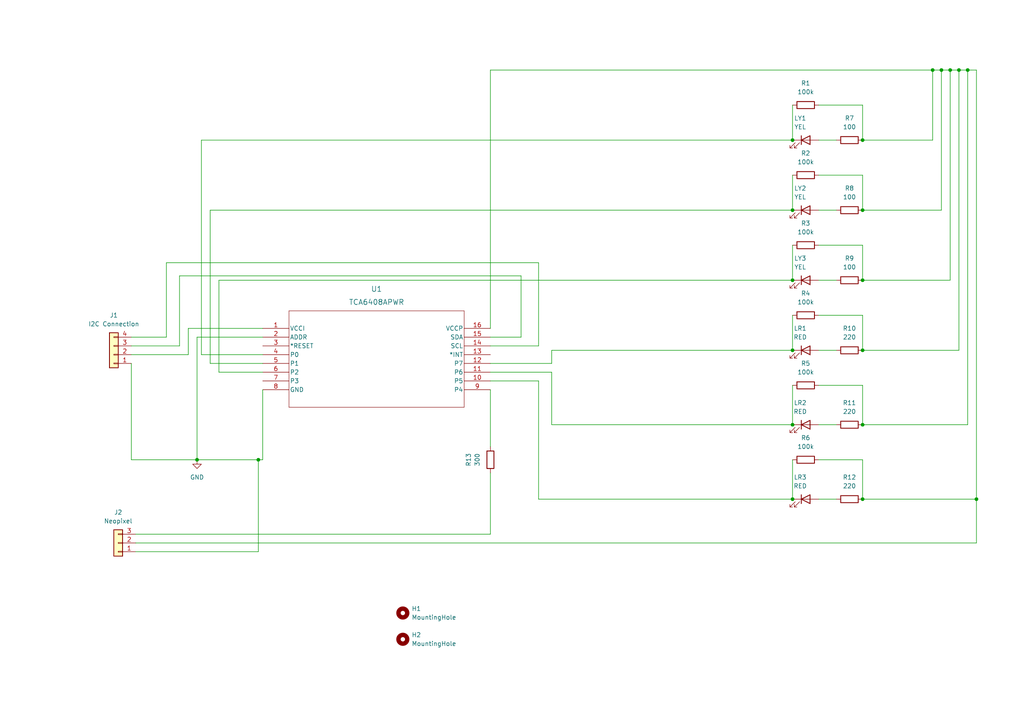
<source format=kicad_sch>
(kicad_sch (version 20211123) (generator eeschema)
  (paper "A4")
  (title_block (title "Quiz Box Light Board") (date "2023-02-15") (rev "1"))
  (lib_symbols
    (symbol "2023-02-16_01-39-57:TCA6408APWR" (pin_names (offset 0.254))
      (property "Reference" "U" (at 33.02 10.16 0))
      (property "Value" "TCA6408APWR" (at 33.02 7.62 0))
      (symbol "TCA6408APWR_0_1"
        (polyline (pts (xy 7.62 -22.86) (xy 58.42 -22.86)) (stroke (width 0.127)))
        (polyline (pts (xy 7.62 5.08) (xy 7.62 -22.86)) (stroke (width 0.127)))
        (polyline (pts (xy 58.42 -22.86) (xy 58.42 5.08)) (stroke (width 0.127)))
        (polyline (pts (xy 58.42 5.08) (xy 7.62 5.08)) (stroke (width 0.127)))
        (pin power_in line (at 0 0 0) (length 7.62) (name "VCCI") (number "1"))
        (pin output line (at 66.04 -15.24 180) (length 7.62) (name "P5") (number "10"))
        (pin output line (at 66.04 -12.7 180) (length 7.62) (name "P6") (number "11"))
        (pin output line (at 66.04 -10.16 180) (length 7.62) (name "P7") (number "12"))
        (pin output line (at 66.04 -7.62 180) (length 7.62) (name "*INT") (number "13"))
        (pin bidirectional line (at 66.04 -5.08 180) (length 7.62) (name "SCL") (number "14"))
        (pin bidirectional line (at 66.04 -2.54 180) (length 7.62) (name "SDA") (number "15"))
        (pin power_in line (at 66.04 0 180) (length 7.62) (name "VCCP") (number "16"))
        (pin unspecified line (at 0 -2.54 0) (length 7.62) (name "ADDR") (number "2"))
        (pin input line (at 0 -5.08 0) (length 7.62) (name "*RESET") (number "3"))
        (pin output line (at 0 -7.62 0) (length 7.62) (name "P0") (number "4"))
        (pin output line (at 0 -10.16 0) (length 7.62) (name "P1") (number "5"))
        (pin output line (at 0 -12.7 0) (length 7.62) (name "P2") (number "6"))
        (pin output line (at 0 -15.24 0) (length 7.62) (name "P3") (number "7"))
        (pin power_in line (at 0 -17.78 0) (length 7.62) (name "GND") (number "8"))
        (pin output line (at 66.04 -17.78 180) (length 7.62) (name "P4") (number "9"))
      )
    )
    (symbol "Connector_Generic:Conn_01x03" (pin_names (offset 1.016) hide)
      (property "Reference" "J" (at 0 5.08 0))
      (property "Value" "Conn_01x03" (at 0 -5.08 0))
      (symbol "Conn_01x03_1_1"
        (rectangle (start -1.27 -2.413) (end 0 -2.667) (stroke (width 0.1524)))
        (rectangle (start -1.27 0.127) (end 0 -0.127) (stroke (width 0.1524)))
        (rectangle (start -1.27 2.667) (end 0 2.413) (stroke (width 0.1524)))
        (rectangle (start -1.27 3.81) (end 1.27 -3.81) (stroke (width 0.254)) (fill (type background)))
        (pin passive line (at -5.08 2.54 0) (length 3.81) (name "Pin_1") (number "1"))
        (pin passive line (at -5.08 0 0) (length 3.81) (name "Pin_2") (number "2"))
        (pin passive line (at -5.08 -2.54 0) (length 3.81) (name "Pin_3") (number "3"))
      )
    )
    (symbol "Connector_Generic:Conn_01x04" (pin_names (offset 1.016) hide)
      (property "Reference" "J" (at 0 5.08 0))
      (property "Value" "Conn_01x04" (at 0 -7.62 0))
      (symbol "Conn_01x04_1_1"
        (rectangle (start -1.27 -4.953) (end 0 -5.207) (stroke (width 0.1524)))
        (rectangle (start -1.27 -2.413) (end 0 -2.667) (stroke (width 0.1524)))
        (rectangle (start -1.27 0.127) (end 0 -0.127) (stroke (width 0.1524)))
        (rectangle (start -1.27 2.667) (end 0 2.413) (stroke (width 0.1524)))
        (rectangle (start -1.27 3.81) (end 1.27 -6.35) (stroke (width 0.254)) (fill (type background)))
        (pin passive line (at -5.08 2.54 0) (length 3.81) (name "Pin_1") (number "1"))
        (pin passive line (at -5.08 0 0) (length 3.81) (name "Pin_2") (number "2"))
        (pin passive line (at -5.08 -2.54 0) (length 3.81) (name "Pin_3") (number "3"))
        (pin passive line (at -5.08 -5.08 0) (length 3.81) (name "Pin_4") (number "4"))
      )
    )
    (symbol "Device:LED" (pin_numbers hide) (pin_names (offset 1.016) hide)
      (property "Reference" "D" (at 0 2.54 0))
      (property "Value" "LED" (at 0 -2.54 0))
      (symbol "LED_0_1"
        (polyline (pts (xy -1.27 -1.27) (xy -1.27 1.27)) (stroke (width 0.254)))
        (polyline (pts (xy -1.27 0) (xy 1.27 0)))
        (polyline (pts (xy 1.27 -1.27) (xy 1.27 1.27) (xy -1.27 0) (xy 1.27 -1.27)) (stroke (width 0.254)))
        (polyline (pts (xy -3.048 -0.762) (xy -4.572 -2.286) (xy -3.81 -2.286) (xy -4.572 -2.286) (xy -4.572 -1.524)))
        (polyline (pts (xy -1.778 -0.762) (xy -3.302 -2.286) (xy -2.54 -2.286) (xy -3.302 -2.286) (xy -3.302 -1.524)))
      )
      (symbol "LED_1_1"
        (pin passive line (at -3.81 0 0) (length 2.54) (name "K") (number "1"))
        (pin passive line (at 3.81 0 180) (length 2.54) (name "A") (number "2"))
      )
    )
    (symbol "Device:R" (pin_numbers hide) (pin_names (offset 0))
      (property "Reference" "R" (at 2.032 0 90))
      (property "Value" "R" (at 0 0 90))
      (symbol "R_0_1"
        (rectangle (start -1.016 -2.54) (end 1.016 2.54) (stroke (width 0.254)))
      )
      (symbol "R_1_1"
        (pin passive line (at 0 3.81 270) (length 1.27) (name "~") (number "1"))
        (pin passive line (at 0 -3.81 90) (length 1.27) (name "~") (number "2"))
      )
    )
    (symbol "Mechanical:MountingHole" (pin_names (offset 1.016))
      (property "Reference" "H" (at 0 5.08 0))
      (property "Value" "MountingHole" (at 0 3.175 0))
      (symbol "MountingHole_0_1"
        (circle (center 0 0) (radius 1.27) (stroke (width 1.27)))
      )
    )
    (symbol "power:GND" (power) (pin_names (offset 0))
      (property "Value" "GND" (at 0 -3.81 0))
      (symbol "GND_0_1"
        (polyline (pts (xy 0 0) (xy 0 -1.27) (xy 1.27 -1.27) (xy 0 -2.54) (xy -1.27 -1.27) (xy 0 -1.27)))
      )
      (symbol "GND_1_1"
        (pin power_in line (at 0 0 270) (length 0) hide (name "GND") (number "1"))
      )
    )
  )
  (junction (at 229.87 144.78))
  (junction (at 275.59 20.32))
  (junction (at 229.87 81.28))
  (junction (at 270.51 20.32))
  (junction (at 57.15 133.35))
  (junction (at 283.21 144.78))
  (junction (at 229.87 60.96))
  (junction (at 229.87 40.64))
  (junction (at 278.13 20.32))
  (junction (at 250.19 101.6))
  (junction (at 273.05 20.32))
  (junction (at 250.19 60.96))
  (junction (at 250.19 81.28))
  (junction (at 229.87 123.19))
  (junction (at 229.87 101.6))
  (junction (at 74.93 133.35))
  (junction (at 250.19 123.19))
  (junction (at 250.19 144.78))
  (junction (at 250.19 40.64))
  (junction (at 280.67 20.32))
  (wire (pts (xy 229.87 91.44) (xy 229.87 101.6)))
  (wire (pts (xy 76.2 133.35) (xy 74.93 133.35)))
  (wire (pts (xy 250.19 101.6) (xy 278.13 101.6)))
  (wire (pts (xy 142.24 137.16) (xy 142.24 154.94)))
  (wire (pts (xy 229.87 50.8) (xy 229.87 60.96)))
  (wire (pts (xy 156.21 110.49) (xy 156.21 144.78)))
  (wire (pts (xy 142.24 105.41) (xy 160.02 105.41)))
  (wire (pts (xy 142.24 95.25) (xy 142.24 20.32)))
  (wire (pts (xy 280.67 20.32) (xy 283.21 20.32)))
  (wire (pts (xy 142.24 113.03) (xy 142.24 129.54)))
  (wire (pts (xy 250.19 111.76) (xy 237.49 111.76)))
  (wire (pts (xy 74.93 160.02) (xy 39.37 160.02)))
  (wire (pts (xy 250.19 81.28) (xy 250.19 71.12)))
  (wire (pts (xy 63.5 107.95) (xy 63.5 81.28)))
  (wire (pts (xy 58.42 40.64) (xy 229.87 40.64)))
  (wire (pts (xy 38.1 102.87) (xy 54.61 102.87)))
  (wire (pts (xy 283.21 144.78) (xy 283.21 157.48)))
  (wire (pts (xy 250.19 40.64) (xy 250.19 30.48)))
  (wire (pts (xy 250.19 40.64) (xy 270.51 40.64)))
  (wire (pts (xy 160.02 123.19) (xy 229.87 123.19)))
  (wire (pts (xy 58.42 102.87) (xy 58.42 40.64)))
  (wire (pts (xy 250.19 144.78) (xy 250.19 133.35)))
  (wire (pts (xy 160.02 107.95) (xy 160.02 123.19)))
  (wire (pts (xy 48.26 97.79) (xy 38.1 97.79)))
  (wire (pts (xy 275.59 81.28) (xy 275.59 20.32)))
  (wire (pts (xy 76.2 97.79) (xy 57.15 97.79)))
  (wire (pts (xy 76.2 113.03) (xy 76.2 133.35)))
  (wire (pts (xy 54.61 95.25) (xy 76.2 95.25)))
  (wire (pts (xy 63.5 81.28) (xy 229.87 81.28)))
  (wire (pts (xy 142.24 20.32) (xy 270.51 20.32)))
  (wire (pts (xy 250.19 60.96) (xy 250.19 50.8)))
  (wire (pts (xy 283.21 144.78) (xy 250.19 144.78)))
  (wire (pts (xy 237.49 123.19) (xy 242.57 123.19)))
  (wire (pts (xy 76.2 102.87) (xy 58.42 102.87)))
  (wire (pts (xy 250.19 91.44) (xy 237.49 91.44)))
  (wire (pts (xy 54.61 102.87) (xy 54.61 95.25)))
  (wire (pts (xy 275.59 20.32) (xy 278.13 20.32)))
  (wire (pts (xy 156.21 100.33) (xy 156.21 76.2)))
  (wire (pts (xy 76.2 107.95) (xy 63.5 107.95)))
  (wire (pts (xy 151.13 80.01) (xy 52.07 80.01)))
  (wire (pts (xy 229.87 111.76) (xy 229.87 123.19)))
  (wire (pts (xy 52.07 100.33) (xy 38.1 100.33)))
  (wire (pts (xy 278.13 101.6) (xy 278.13 20.32)))
  (wire (pts (xy 250.19 50.8) (xy 237.49 50.8)))
  (wire (pts (xy 250.19 81.28) (xy 275.59 81.28)))
  (wire (pts (xy 280.67 123.19) (xy 280.67 20.32)))
  (wire (pts (xy 156.21 76.2) (xy 48.26 76.2)))
  (wire (pts (xy 273.05 60.96) (xy 273.05 20.32)))
  (wire (pts (xy 229.87 133.35) (xy 229.87 144.78)))
  (wire (pts (xy 283.21 157.48) (xy 39.37 157.48)))
  (wire (pts (xy 237.49 101.6) (xy 242.57 101.6)))
  (wire (pts (xy 38.1 105.41) (xy 38.1 133.35)))
  (wire (pts (xy 160.02 105.41) (xy 160.02 101.6)))
  (wire (pts (xy 160.02 101.6) (xy 229.87 101.6)))
  (wire (pts (xy 278.13 20.32) (xy 280.67 20.32)))
  (wire (pts (xy 250.19 60.96) (xy 273.05 60.96)))
  (wire (pts (xy 229.87 71.12) (xy 229.87 81.28)))
  (wire (pts (xy 270.51 40.64) (xy 270.51 20.32)))
  (wire (pts (xy 38.1 133.35) (xy 57.15 133.35)))
  (wire (pts (xy 229.87 30.48) (xy 229.87 40.64)))
  (wire (pts (xy 250.19 30.48) (xy 237.49 30.48)))
  (wire (pts (xy 270.51 20.32) (xy 273.05 20.32)))
  (wire (pts (xy 237.49 81.28) (xy 242.57 81.28)))
  (wire (pts (xy 52.07 80.01) (xy 52.07 100.33)))
  (wire (pts (xy 273.05 20.32) (xy 275.59 20.32)))
  (wire (pts (xy 76.2 105.41) (xy 60.96 105.41)))
  (wire (pts (xy 142.24 100.33) (xy 156.21 100.33)))
  (wire (pts (xy 151.13 97.79) (xy 151.13 80.01)))
  (wire (pts (xy 237.49 144.78) (xy 242.57 144.78)))
  (wire (pts (xy 237.49 40.64) (xy 242.57 40.64)))
  (wire (pts (xy 142.24 97.79) (xy 151.13 97.79)))
  (wire (pts (xy 283.21 20.32) (xy 283.21 144.78)))
  (wire (pts (xy 74.93 133.35) (xy 74.93 160.02)))
  (wire (pts (xy 48.26 76.2) (xy 48.26 97.79)))
  (wire (pts (xy 250.19 123.19) (xy 280.67 123.19)))
  (wire (pts (xy 60.96 60.96) (xy 229.87 60.96)))
  (wire (pts (xy 237.49 60.96) (xy 242.57 60.96)))
  (wire (pts (xy 250.19 71.12) (xy 237.49 71.12)))
  (wire (pts (xy 142.24 110.49) (xy 156.21 110.49)))
  (wire (pts (xy 74.93 133.35) (xy 57.15 133.35)))
  (wire (pts (xy 60.96 105.41) (xy 60.96 60.96)))
  (wire (pts (xy 250.19 101.6) (xy 250.19 91.44)))
  (wire (pts (xy 142.24 107.95) (xy 160.02 107.95)))
  (wire (pts (xy 142.24 154.94) (xy 39.37 154.94)))
  (wire (pts (xy 250.19 133.35) (xy 237.49 133.35)))
  (wire (pts (xy 57.15 97.79) (xy 57.15 133.35)))
  (wire (pts (xy 250.19 123.19) (xy 250.19 111.76)))
  (wire (pts (xy 156.21 144.78) (xy 229.87 144.78)))
  (symbol (lib_id "Device:R") (at 246.38 81.28 90) (unit 1)
    (property "Reference" "R9" (at 246.38 74.93 90))
    (property "Value" "100" (at 246.38 77.47 90))
    (property "Footprint" "Resistor_SMD:R_1206_3216Metric" (effects hide))
  )
  (symbol (lib_id "Mechanical:MountingHole") (at 116.84 177.8 0) (unit 1)
    (property "Reference" "H1" (at 119.38 176.5299 0) (effects (justify left)))
    (property "Value" "MountingHole" (at 119.38 179.0699 0) (effects (justify left)))
    (property "Footprint" "MountingHole:MountingHole_2.2mm_M2_Pad" (effects hide))
  )
  (symbol (lib_id "2023-02-16_01-39-57:TCA6408APWR") (at 76.2 95.25 0) (unit 1)
    (property "Reference" "U1" (at 109.22 83.82 0) (effects (font (size 1.524 1.524))))
    (property "Value" "TCA6408APWR" (at 109.22 87.63 0) (effects (font (size 1.524 1.524))))
    (property "Footprint" "PW16" (effects hide))
    (property "Datasheet" "TCA6408APWR" (effects hide))
  )
  (symbol (lib_id "Mechanical:MountingHole") (at 116.84 185.42 0) (unit 1)
    (property "Reference" "H2" (at 119.38 184.1499 0) (effects (justify left)))
    (property "Value" "MountingHole" (at 119.38 186.6899 0) (effects (justify left)))
    (property "Footprint" "MountingHole:MountingHole_2.2mm_M2_Pad" (effects hide))
  )
  (symbol (lib_id "Device:LED") (at 233.68 40.64 0) (unit 1)
    (property "Reference" "LY1" (at 232.0925 34.29 0))
    (property "Value" "YEL" (at 232.0925 36.83 0))
    (property "Footprint" "LED_THT:LED_D5.0mm" (effects hide))
  )
  (symbol (lib_id "Device:R") (at 233.68 111.76 90) (unit 1)
    (property "Reference" "R5" (at 233.68 105.41 90))
    (property "Value" "100k" (at 233.68 107.95 90))
    (property "Footprint" "Resistor_SMD:R_1206_3216Metric" (effects hide))
  )
  (symbol (lib_id "Device:R") (at 233.68 91.44 90) (unit 1)
    (property "Reference" "R4" (at 233.68 85.09 90))
    (property "Value" "100k" (at 233.68 87.63 90))
    (property "Footprint" "Resistor_SMD:R_1206_3216Metric" (effects hide))
  )
  (symbol (lib_id "Connector_Generic:Conn_01x03") (at 34.29 157.48 180) (unit 1)
    (property "Reference" "J2" (at 34.29 148.59 0))
    (property "Value" "Neopixel" (at 34.29 151.13 0))
    (property "Footprint" "Connector_PinHeader_2.54mm:PinHeader_1x03_P2.54mm_Vertical" (effects hide))
  )
  (symbol (lib_id "Device:R") (at 233.68 71.12 90) (unit 1)
    (property "Reference" "R3" (at 233.68 64.77 90))
    (property "Value" "100k" (at 233.68 67.31 90))
    (property "Footprint" "Resistor_SMD:R_1206_3216Metric" (effects hide))
  )
  (symbol (lib_id "Device:R") (at 246.38 40.64 90) (unit 1)
    (property "Reference" "R7" (at 246.38 34.29 90))
    (property "Value" "100" (at 246.38 36.83 90))
    (property "Footprint" "Resistor_SMD:R_1206_3216Metric" (effects hide))
  )
  (symbol (lib_id "Device:R") (at 246.38 60.96 90) (unit 1)
    (property "Reference" "R8" (at 246.38 54.61 90))
    (property "Value" "100" (at 246.38 57.15 90))
    (property "Footprint" "Resistor_SMD:R_1206_3216Metric" (effects hide))
  )
  (symbol (lib_id "Device:LED") (at 233.68 123.19 0) (unit 1)
    (property "Reference" "LR2" (at 232.0925 116.84 0))
    (property "Value" "RED" (at 232.0925 119.38 0))
    (property "Footprint" "LED_THT:LED_D5.0mm" (effects hide))
  )
  (symbol (lib_id "Device:LED") (at 233.68 60.96 0) (unit 1)
    (property "Reference" "LY2" (at 232.0925 54.61 0))
    (property "Value" "YEL" (at 232.0925 57.15 0))
    (property "Footprint" "LED_THT:LED_D5.0mm" (effects hide))
  )
  (symbol (lib_id "Device:R") (at 142.24 133.35 180) (unit 1)
    (property "Reference" "R13" (at 135.89 133.35 90))
    (property "Value" "300" (at 138.43 133.35 90))
    (property "Footprint" "Resistor_SMD:R_1206_3216Metric" (effects hide))
  )
  (symbol (lib_id "Device:LED") (at 233.68 81.28 0) (unit 1)
    (property "Reference" "LY3" (at 232.0925 74.93 0))
    (property "Value" "YEL" (at 232.0925 77.47 0))
    (property "Footprint" "LED_THT:LED_D5.0mm" (effects hide))
  )
  (symbol (lib_id "Device:R") (at 233.68 50.8 90) (unit 1)
    (property "Reference" "R2" (at 233.68 44.45 90))
    (property "Value" "100k" (at 233.68 46.99 90))
    (property "Footprint" "Resistor_SMD:R_1206_3216Metric" (effects hide))
  )
  (symbol (lib_id "Connector_Generic:Conn_01x04") (at 33.02 102.87 180) (unit 1)
    (property "Reference" "J1" (at 33.02 91.44 0))
    (property "Value" "I2C Connection" (at 33.02 93.98 0))
    (property "Footprint" "Connector_PinHeader_2.54mm:PinHeader_1x04_P2.54mm_Vertical" (effects hide))
  )
  (symbol (lib_id "Device:LED") (at 233.68 101.6 0) (unit 1)
    (property "Reference" "LR1" (at 232.0925 95.25 0))
    (property "Value" "RED" (at 232.0925 97.79 0))
    (property "Footprint" "LED_THT:LED_D5.0mm" (effects hide))
  )
  (symbol (lib_id "Device:LED") (at 233.68 144.78 0) (unit 1)
    (property "Reference" "LR3" (at 232.0925 138.43 0))
    (property "Value" "RED" (at 232.0925 140.97 0))
    (property "Footprint" "LED_THT:LED_D5.0mm" (effects hide))
  )
  (symbol (lib_id "power:GND") (at 57.15 133.35 0) (unit 1)
    (property "Reference" "#PWR0101" (effects hide))
    (property "Value" "GND" (at 57.15 138.43 0))
  )
  (symbol (lib_id "Device:R") (at 233.68 30.48 90) (unit 1)
    (property "Reference" "R1" (at 233.68 24.13 90))
    (property "Value" "100k" (at 233.68 26.67 90))
    (property "Footprint" "Resistor_SMD:R_1206_3216Metric" (effects hide))
  )
  (symbol (lib_id "Device:R") (at 246.38 101.6 90) (unit 1)
    (property "Reference" "R10" (at 246.38 95.25 90))
    (property "Value" "220" (at 246.38 97.79 90))
    (property "Footprint" "Resistor_SMD:R_1206_3216Metric" (effects hide))
  )
  (symbol (lib_id "Device:R") (at 246.38 123.19 90) (unit 1)
    (property "Reference" "R11" (at 246.38 116.84 90))
    (property "Value" "220" (at 246.38 119.38 90))
    (property "Footprint" "Resistor_SMD:R_1206_3216Metric" (effects hide))
  )
  (symbol (lib_id "Device:R") (at 233.68 133.35 90) (unit 1)
    (property "Reference" "R6" (at 233.68 127 90))
    (property "Value" "100k" (at 233.68 129.54 90))
    (property "Footprint" "Resistor_SMD:R_1206_3216Metric" (effects hide))
  )
  (symbol (lib_id "Device:R") (at 246.38 144.78 90) (unit 1)
    (property "Reference" "R12" (at 246.38 138.43 90))
    (property "Value" "220" (at 246.38 140.97 90))
    (property "Footprint" "Resistor_SMD:R_1206_3216Metric" (effects hide))
  )
)
</source>
